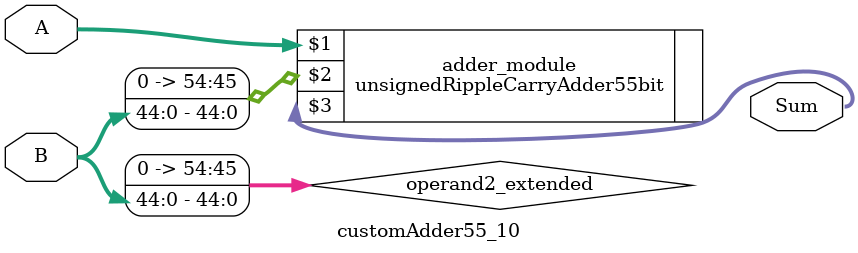
<source format=v>
module customAdder55_10(
                        input [54 : 0] A,
                        input [44 : 0] B,
                        
                        output [55 : 0] Sum
                );

        wire [54 : 0] operand2_extended;
        
        assign operand2_extended =  {10'b0, B};
        
        unsignedRippleCarryAdder55bit adder_module(
            A,
            operand2_extended,
            Sum
        );
        
        endmodule
        
</source>
